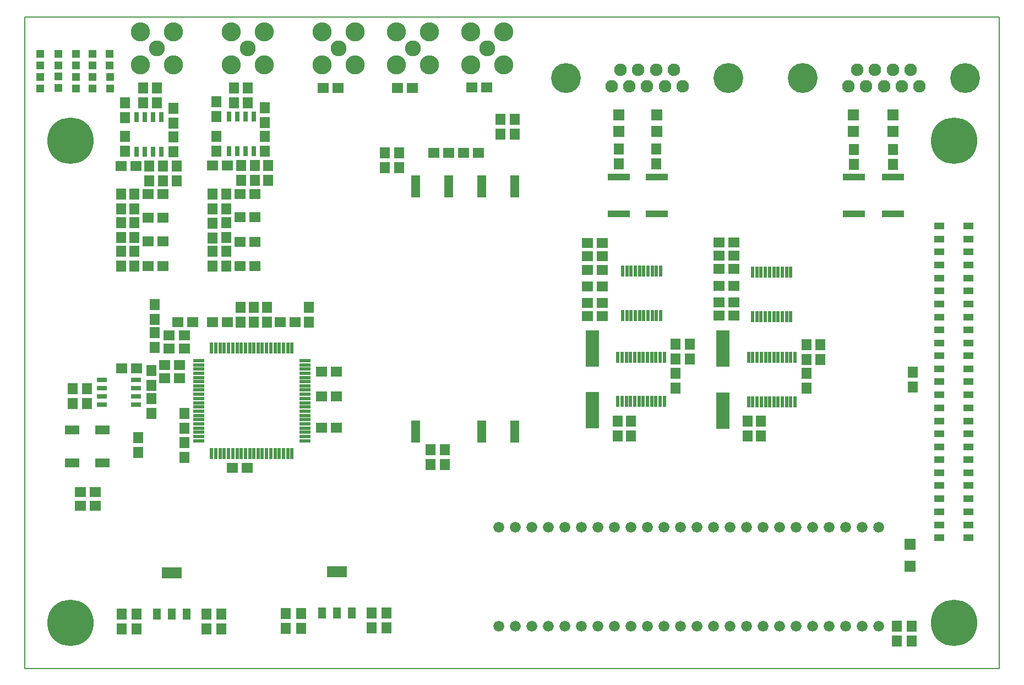
<source format=gbr>
%FSLAX23Y23*%
%MOIN*%
G04 EasyPC Gerber Version 17.0 Build 3379 *
%ADD104R,0.01923X0.06537*%
%ADD99R,0.02254X0.06978*%
%ADD103R,0.06537X0.01923*%
%ADD96R,0.03159X0.06112*%
%ADD109R,0.04537X0.04891*%
%ADD97R,0.05088X0.07096*%
%ADD108R,0.05324X0.13198*%
%ADD95R,0.06100X0.06600*%
%ADD105R,0.06112X0.03159*%
%ADD101R,0.13600X0.04100*%
%ADD26R,0.06112X0.04104*%
%ADD102R,0.08474X0.22254*%
%ADD28R,0.06600X0.06600*%
%ADD107R,0.06900X0.06900*%
%ADD10C,0.00500*%
%ADD27C,0.06600*%
%ADD73C,0.07600*%
%ADD29C,0.09600*%
%ADD72C,0.11600*%
%ADD74C,0.18100*%
%ADD25C,0.28100*%
%ADD106R,0.08868X0.05718*%
%ADD100R,0.06600X0.06100*%
%ADD98R,0.12411X0.07096*%
X0Y0D02*
D02*
D10*
X3Y3D02*
X5903D01*
Y3953*
X3*
Y3*
D02*
D25*
X278Y278D03*
Y3203D03*
X5628Y278D03*
Y3203D03*
D02*
D26*
X5539Y795D03*
Y873D03*
Y952D03*
Y1031D03*
Y1110D03*
Y1188D03*
Y1267D03*
Y1346D03*
Y1425D03*
Y1503D03*
Y1582D03*
Y1661D03*
Y1740D03*
Y1818D03*
Y1897D03*
Y1976D03*
Y2054D03*
Y2133D03*
Y2212D03*
Y2291D03*
Y2369D03*
Y2448D03*
Y2527D03*
Y2606D03*
Y2684D03*
X5716Y795D03*
Y873D03*
Y952D03*
Y1031D03*
Y1110D03*
Y1188D03*
Y1267D03*
Y1346D03*
Y1425D03*
Y1503D03*
Y1582D03*
Y1661D03*
Y1740D03*
Y1818D03*
Y1897D03*
Y1976D03*
Y2054D03*
Y2133D03*
Y2212D03*
Y2291D03*
Y2369D03*
Y2448D03*
Y2527D03*
Y2606D03*
Y2684D03*
D02*
D27*
X2873Y258D03*
Y858D03*
X2973Y258D03*
Y858D03*
X3073Y258D03*
Y858D03*
X3173Y258D03*
Y858D03*
X3273Y258D03*
Y858D03*
X3373Y258D03*
Y858D03*
X3473Y258D03*
Y858D03*
X3572Y258D03*
Y858D03*
X3673Y258D03*
Y858D03*
X3773Y258D03*
Y858D03*
X3873Y258D03*
Y858D03*
X3973Y258D03*
Y858D03*
X4072Y258D03*
Y858D03*
X4173Y258D03*
Y858D03*
X4273Y258D03*
Y858D03*
X4372Y258D03*
Y858D03*
X4473Y258D03*
Y858D03*
X4572Y258D03*
Y858D03*
X4673Y258D03*
Y858D03*
X4773Y258D03*
Y858D03*
X4872Y258D03*
Y858D03*
X4973Y258D03*
Y858D03*
X5072Y258D03*
Y858D03*
X5173Y258D03*
Y858D03*
D02*
D28*
X3599Y3259D03*
Y3359D03*
X3828Y3257D03*
Y3358D03*
X5021Y3258D03*
Y3358D03*
X5258Y3257D03*
Y3358D03*
D02*
D29*
X803Y3763D03*
X1353D03*
X1903D03*
X2353D03*
X2803D03*
D02*
D72*
X703Y3663D03*
Y3863D03*
X903Y3663D03*
Y3863D03*
X1252Y3663D03*
Y3863D03*
X1453Y3663D03*
Y3863D03*
X1803Y3663D03*
Y3863D03*
X2003Y3663D03*
Y3863D03*
X2253Y3663D03*
Y3863D03*
X2453Y3663D03*
Y3863D03*
X2703Y3663D03*
Y3863D03*
X2903Y3663D03*
Y3863D03*
D02*
D73*
X3555Y3531D03*
X3609Y3631D03*
X3663Y3531D03*
X3717Y3631D03*
X3771Y3531D03*
X3825Y3631D03*
X3879Y3531D03*
X3933Y3631D03*
X3987Y3531D03*
X4989D03*
X5043Y3631D03*
X5097Y3531D03*
X5151Y3631D03*
X5205Y3531D03*
X5259Y3631D03*
X5313Y3531D03*
X5367Y3631D03*
X5421Y3531D03*
D02*
D74*
X3279Y3581D03*
X4263D03*
X4713D03*
X5697D03*
D02*
D95*
X293Y1608D03*
Y1698D03*
X378Y1608D03*
Y1698D03*
X585Y2441D03*
Y2531D03*
Y2615D03*
Y2705D03*
Y2787D03*
Y2877D03*
X588Y243D03*
Y333D03*
X608Y3137D03*
Y3227D03*
Y3343D03*
Y3433D03*
X667Y2441D03*
Y2531D03*
Y2615D03*
Y2705D03*
Y2788D03*
Y2878D03*
X678Y243D03*
Y333D03*
X688Y1313D03*
Y1403D03*
X718Y3433D03*
Y3523D03*
X757Y2959D03*
Y3049D03*
X768Y1548D03*
Y1638D03*
Y1718D03*
Y1808D03*
X790Y1948D03*
Y2038D03*
Y2118D03*
Y2208D03*
X803Y3433D03*
Y3523D03*
X840Y2959D03*
Y3049D03*
X902Y3134D03*
Y3224D03*
Y3308D03*
Y3398D03*
X922Y2959D03*
Y3049D03*
X968Y1283D03*
Y1373D03*
Y1458D03*
Y1548D03*
X1103Y243D03*
Y333D03*
X1140Y2441D03*
Y2531D03*
Y2613D03*
Y2703D03*
Y2787D03*
Y2877D03*
X1164Y3138D03*
Y3228D03*
Y3347D03*
Y3437D03*
X1192Y243D03*
Y333D03*
X1224Y2441D03*
Y2531D03*
Y2615D03*
Y2705D03*
Y2788D03*
Y2878D03*
X1269Y3433D03*
Y3523D03*
X1310Y2103D03*
Y2192D03*
X1313Y2962D03*
Y3052D03*
X1353Y3433D03*
Y3523D03*
X1390Y2103D03*
Y2192D03*
X1395Y2962D03*
Y3052D03*
X1457Y3138D03*
Y3228D03*
Y3312D03*
Y3402D03*
X1470Y2103D03*
Y2192D03*
X1477Y2962D03*
Y3052D03*
X1583Y246D03*
Y336D03*
X1677Y246D03*
Y336D03*
X1722Y2103D03*
Y2192D03*
X2103Y248D03*
Y338D03*
X2183Y3038D03*
Y3128D03*
X2192Y248D03*
Y338D03*
X2268Y3038D03*
Y3128D03*
X2458Y1238D03*
Y1328D03*
X2547Y1238D03*
Y1328D03*
X2883Y3243D03*
Y3333D03*
X2968Y3243D03*
Y3333D03*
X3593Y1413D03*
Y1503D03*
X3599Y3062D03*
Y3152D03*
X3673Y1413D03*
Y1503D03*
X3826Y3060D03*
Y3150D03*
X3943Y1703D03*
Y1793D03*
Y1878D03*
Y1968D03*
X4028Y1878D03*
Y1968D03*
X4380Y1411D03*
Y1501D03*
X4460Y1411D03*
Y1501D03*
X4735Y1701D03*
Y1791D03*
Y1876D03*
Y1966D03*
X4820Y1876D03*
Y1966D03*
X5023Y3058D03*
Y3148D03*
X5258Y3058D03*
Y3148D03*
X5283Y168D03*
Y258D03*
X5373Y168D03*
Y258D03*
X5378Y1708D03*
Y1798D03*
D02*
D96*
X681Y3136D03*
Y3345D03*
X731Y3136D03*
Y3345D03*
X781Y3136D03*
Y3345D03*
X831Y3136D03*
Y3345D03*
X1238Y3138D03*
Y3347D03*
X1288Y3138D03*
Y3347D03*
X1338Y3138D03*
Y3347D03*
X1388Y3138D03*
Y3347D03*
D02*
D97*
X803Y333D03*
X893D03*
X984D03*
X1802Y337D03*
X1892D03*
X1983D03*
D02*
D98*
X893Y583D03*
X1892Y587D03*
D02*
D99*
X3594Y1620D03*
Y1889D03*
X3619Y1620D03*
Y1889D03*
X3623Y2143D03*
Y2412D03*
X3645Y1620D03*
Y1889D03*
X3648Y2143D03*
Y2412D03*
X3671Y1620D03*
Y1889D03*
X3674Y2143D03*
Y2412D03*
X3696Y1620D03*
Y1889D03*
X3699Y2143D03*
Y2412D03*
X3722Y1620D03*
Y1889D03*
X3725Y2143D03*
Y2412D03*
X3747Y1620D03*
Y1889D03*
X3750Y2143D03*
Y2412D03*
X3773Y1620D03*
Y1889D03*
X3776Y2143D03*
Y2412D03*
X3798Y1620D03*
Y1889D03*
X3802Y2143D03*
Y2412D03*
X3824Y1620D03*
Y1889D03*
X3827Y2143D03*
Y2412D03*
X3850Y1620D03*
Y1889D03*
X3853Y2143D03*
Y2412D03*
X3875Y1620D03*
Y1889D03*
X4385Y1618D03*
Y1888D03*
X4410Y2136D03*
Y2405D03*
X4411Y1618D03*
Y1888D03*
X4436Y2136D03*
Y2405D03*
X4436Y1618D03*
Y1888D03*
X4461Y2136D03*
Y2405D03*
X4462Y1618D03*
Y1888D03*
X4487Y2136D03*
Y2405D03*
X4488Y1618D03*
Y1888D03*
X4513Y2136D03*
Y2405D03*
X4513Y1618D03*
Y1888D03*
X4538Y2136D03*
Y2405D03*
X4539Y1618D03*
Y1888D03*
X4564Y2136D03*
Y2405D03*
X4564Y1618D03*
Y1888D03*
X4589Y2136D03*
Y2405D03*
X4590Y1618D03*
Y1888D03*
X4615Y2136D03*
Y2405D03*
X4615Y1618D03*
Y1888D03*
X4640Y2136D03*
Y2405D03*
X4641Y1618D03*
Y1888D03*
X4667Y1618D03*
Y1888D03*
D02*
D100*
X338Y988D03*
Y1073D03*
X428Y988D03*
Y1073D03*
X585Y3049D03*
X588Y1823D03*
X675Y3049D03*
X678Y1823D03*
X750Y2440D03*
Y2590D03*
Y2736D03*
Y2878D03*
X840Y2440D03*
Y2590D03*
Y2736D03*
Y2878D03*
X848Y1763D03*
Y1843D03*
X877Y1942D03*
Y2023D03*
X928Y2103D03*
X938Y1763D03*
Y1843D03*
X968Y1942D03*
Y2023D03*
X1018Y2103D03*
X1140D03*
X1140Y3052D03*
X1230Y2103D03*
X1230Y3052D03*
X1258Y1218D03*
X1307Y2440D03*
Y2589D03*
Y2737D03*
Y2879D03*
X1348Y1218D03*
X1397Y2440D03*
Y2589D03*
Y2737D03*
Y2879D03*
X1550Y2103D03*
X1640D03*
X1798Y1463D03*
Y1653D03*
Y1803D03*
X1808Y3523D03*
X1888Y1463D03*
Y1653D03*
Y1803D03*
X1898Y3523D03*
X2258D03*
X2348D03*
X2478Y3128D03*
X2568D03*
X2658D03*
X2708Y3525D03*
X2748Y3128D03*
X2798Y3525D03*
X3408Y2138D03*
Y2217D03*
Y2317D03*
Y2418D03*
Y2503D03*
Y2583D03*
X3498Y2138D03*
Y2217D03*
Y2317D03*
Y2418D03*
Y2503D03*
Y2583D03*
X4205Y2141D03*
Y2221D03*
Y2321D03*
Y2426D03*
Y2506D03*
Y2586D03*
X4295Y2141D03*
Y2221D03*
Y2321D03*
Y2426D03*
Y2506D03*
Y2586D03*
D02*
D101*
X3598Y2758D03*
Y2983D03*
X3828Y2758D03*
Y2983D03*
X5023Y2757D03*
Y2982D03*
X5258Y2758D03*
Y2983D03*
D02*
D102*
X3438Y1568D03*
Y1942D03*
X4230Y1566D03*
Y1940D03*
D02*
D103*
X1057Y1382D03*
Y1408D03*
Y1434D03*
Y1459D03*
Y1485D03*
Y1510D03*
Y1536D03*
Y1562D03*
Y1587D03*
Y1613D03*
Y1638D03*
Y1664D03*
Y1690D03*
Y1715D03*
Y1741D03*
Y1766D03*
Y1792D03*
Y1818D03*
Y1843D03*
Y1869D03*
X1698Y1382D03*
Y1408D03*
Y1434D03*
Y1459D03*
Y1485D03*
Y1510D03*
Y1536D03*
Y1562D03*
Y1587D03*
Y1613D03*
Y1638D03*
Y1664D03*
Y1690D03*
Y1715D03*
Y1741D03*
Y1766D03*
Y1792D03*
Y1818D03*
Y1843D03*
Y1869D03*
D02*
D104*
X1134Y1305D03*
Y1946D03*
X1160Y1305D03*
Y1946D03*
X1186Y1305D03*
Y1946D03*
X1211Y1305D03*
Y1946D03*
X1237Y1305D03*
Y1946D03*
X1262Y1305D03*
Y1946D03*
X1288Y1305D03*
Y1946D03*
X1313Y1305D03*
Y1946D03*
X1339Y1305D03*
Y1946D03*
X1365Y1305D03*
Y1946D03*
X1390Y1305D03*
Y1946D03*
X1416Y1305D03*
Y1946D03*
X1441Y1305D03*
Y1946D03*
X1467Y1305D03*
Y1946D03*
X1493Y1305D03*
Y1946D03*
X1518Y1305D03*
Y1946D03*
X1544Y1305D03*
Y1946D03*
X1569Y1305D03*
Y1946D03*
X1595Y1305D03*
Y1946D03*
X1621Y1305D03*
Y1946D03*
D02*
D105*
X468Y1603D03*
Y1653D03*
Y1703D03*
Y1753D03*
X677Y1603D03*
Y1653D03*
Y1703D03*
Y1753D03*
D02*
D106*
X291Y1248D03*
Y1448D03*
X473Y1248D03*
Y1448D03*
D02*
D107*
X5363Y621D03*
Y755D03*
D02*
D108*
X2368Y1438D03*
Y2926D03*
X2568D03*
X2768Y1438D03*
Y2926D03*
X2968Y1438D03*
Y2926D03*
D02*
D109*
X96Y3519D03*
Y3589D03*
X97Y3658D03*
Y3728D03*
X206Y3520D03*
Y3590D03*
X207Y3658D03*
Y3728D03*
X312Y3658D03*
Y3728D03*
X313Y3518D03*
Y3588D03*
X413Y3518D03*
Y3588D03*
X413Y3658D03*
Y3728D03*
X516Y3658D03*
Y3728D03*
X518Y3518D03*
Y3588D03*
X0Y0D02*
M02*

</source>
